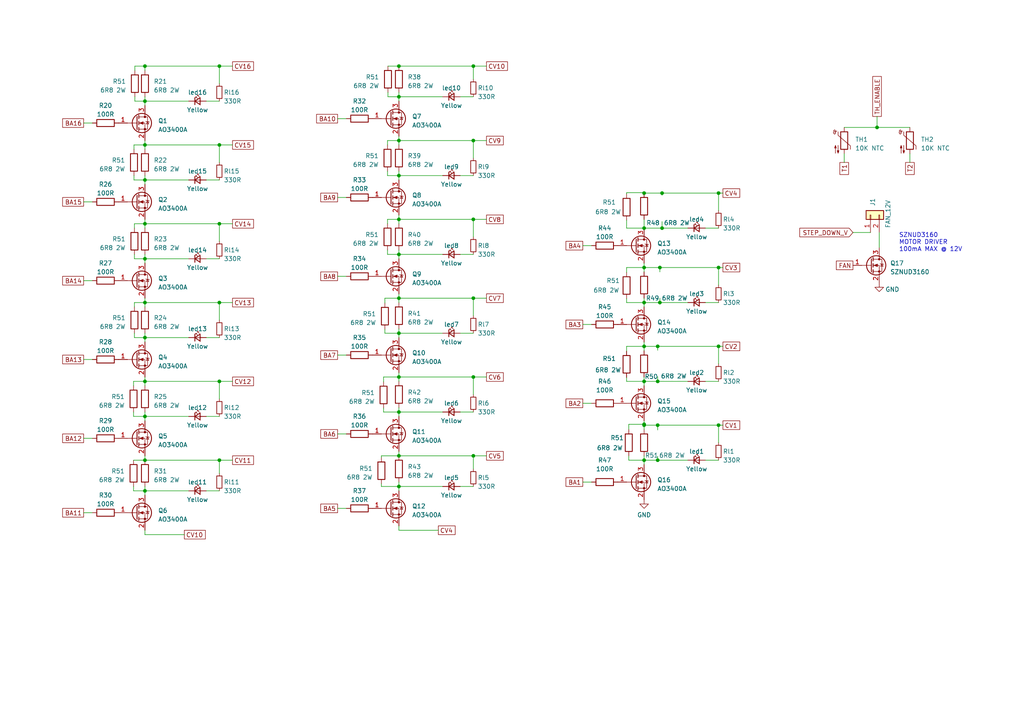
<source format=kicad_sch>
(kicad_sch (version 20230121) (generator eeschema)
  (paper "A4")
  (lib_symbols
    (symbol "Connector_Generic:Conn_01x02" (pin_names (offset 1.016) hide)
      (property "Reference" "J" (at 0 2.54 0))
      (property "Value" "Conn_01x02" (at 0 -5.08 0))
      (symbol "Conn_01x02_1_1"
        (pin passive line (at -5.08 0 0) (length 3.81) (name "Pin_1") (number "1"))
        (pin passive line (at -5.08 -2.54 0) (length 3.81) (name "Pin_2") (number "2"))
      )
    )
    (symbol "Device:LED_Small" (pin_numbers hide) (pin_names (offset 0.254) hide)
      (property "Reference" "D" (at -1.27 3.175 0))
      (property "Value" "LED_Small" (at -4.445 -2.54 0))
      (symbol "LED_Small_1_1"
        (pin passive line (at -2.54 0 0) (length 1.778) (name "K") (number "1"))
        (pin passive line (at 2.54 0 180) (length 1.778) (name "A") (number "2"))
      )
    )
    (symbol "Device:Q_NMOS_GSD" (pin_names (offset 0) hide)
      (property "Reference" "Q" (at 5.08 1.27 0))
      (property "Value" "Q_NMOS_GSD" (at 5.08 -1.27 0))
      (symbol "Q_NMOS_GSD_1_1"
        (pin input line (at -5.08 0 0) (length 2.54) (name "G") (number "1"))
        (pin passive line (at 2.54 -5.08 90) (length 2.54) (name "S") (number "2"))
        (pin passive line (at 2.54 5.08 270) (length 2.54) (name "D") (number "3"))
      )
    )
    (symbol "Device:R" (pin_numbers hide) (pin_names (offset 0))
      (property "Reference" "R" (at 2.032 0 90))
      (property "Value" "R" (at 0 0 90))
      (symbol "R_1_1"
        (pin passive line (at 0 3.81 270) (length 1.27) (name "~") (number "1"))
        (pin passive line (at 0 -3.81 90) (length 1.27) (name "~") (number "2"))
      )
    )
    (symbol "Device:R_Small" (pin_numbers hide) (pin_names (offset 0.254) hide)
      (property "Reference" "R" (at 0.762 0.508 0))
      (property "Value" "R_Small" (at 0.762 -1.016 0))
      (symbol "R_Small_1_1"
        (pin passive line (at 0 2.54 270) (length 0.762) (name "~") (number "1"))
        (pin passive line (at 0 -2.54 90) (length 0.762) (name "~") (number "2"))
      )
    )
    (symbol "Device:Thermistor_NTC" (pin_numbers hide) (pin_names (offset 0))
      (property "Reference" "TH" (at -4.445 0 90))
      (property "Value" "Thermistor_NTC" (at 3.175 0 90))
      (symbol "Thermistor_NTC_1_1"
        (pin passive line (at 0 3.81 270) (length 1.27) (name "~") (number "1"))
        (pin passive line (at 0 -3.81 90) (length 1.27) (name "~") (number "2"))
      )
    )
    (symbol "power:GND" (power) (pin_names (offset 0))
      (property "Value" "GND" (at 0 -3.81 0))
      (symbol "GND_1_1"
        (pin power_in line (at 0 0 270) (length 0) hide (name "GND") (number "1"))
      )
    )
    (symbol "sznud3160:SZNUD3160" (pin_names hide)
      (property "Reference" "Q" (at 5.08 1.905 0))
      (property "Value" "SZNUD3160" (at 5.08 0 0))
      (symbol "SZNUD3160_1_1"
        (pin input line (at -5.08 0 0) (length 2.54) (name "G") (number "1"))
        (pin passive line (at 2.54 -5.08 90) (length 2.54) (name "S") (number "2"))
        (pin passive line (at 2.54 5.08 270) (length 2.54) (name "D") (number "3"))
      )
    )
  )
  (junction (at 42.037 97.917))
  (junction (at 115.697 50.927))
  (junction (at 137.287 86.487))
  (junction (at 137.287 109.347))
  (junction (at 115.697 73.787))
  (junction (at 42.037 64.897))
  (junction (at 42.037 133.477))
  (junction (at 208.407 123.317))
  (junction (at 42.037 52.197))
  (junction (at 115.697 63.627))
  (junction (at 42.037 29.337))
  (junction (at 254.381 36.957))
  (junction (at 42.037 120.777))
  (junction (at 63.627 42.037))
  (junction (at 137.287 63.627))
  (junction (at 115.697 119.507))
  (junction (at 186.817 56.007))
  (junction (at 190.754 100.457))
  (junction (at 192.024 66.167))
  (junction (at 192.024 56.007))
  (junction (at 42.037 42.037))
  (junction (at 190.754 110.617))
  (junction (at 190.754 123.317))
  (junction (at 186.817 66.167))
  (junction (at 191.389 87.757))
  (junction (at 63.627 64.897))
  (junction (at 42.037 110.617))
  (junction (at 63.627 87.757))
  (junction (at 208.407 56.007))
  (junction (at 115.697 109.347))
  (junction (at 208.407 77.597))
  (junction (at 115.697 19.177))
  (junction (at 115.697 141.097))
  (junction (at 190.754 133.477))
  (junction (at 63.627 110.617))
  (junction (at 115.697 132.207))
  (junction (at 115.697 28.067))
  (junction (at 186.817 123.063))
  (junction (at 63.627 133.477))
  (junction (at 186.817 77.597))
  (junction (at 186.817 87.757))
  (junction (at 115.697 40.767))
  (junction (at 191.389 77.597))
  (junction (at 42.037 142.367))
  (junction (at 186.817 123.317))
  (junction (at 115.697 96.647))
  (junction (at 42.037 19.177))
  (junction (at 63.627 19.177))
  (junction (at 137.287 19.177))
  (junction (at 208.407 100.457))
  (junction (at 186.817 100.457))
  (junction (at 42.037 87.757))
  (junction (at 186.817 110.617))
  (junction (at 137.287 132.207))
  (junction (at 186.817 133.477))
  (junction (at 137.287 40.767))
  (junction (at 42.037 75.057))
  (junction (at 115.697 86.487))
  (wire (pts (xy 112.395 64.897) (xy 112.395 63.627)))
  (wire (pts (xy 38.735 120.777) (xy 42.037 120.777)))
  (wire (pts (xy 112.395 40.767) (xy 115.697 40.767)))
  (wire (pts (xy 115.697 132.207) (xy 137.287 132.207)))
  (wire (pts (xy 181.737 101.854) (xy 181.737 100.457)))
  (wire (pts (xy 59.817 120.777) (xy 63.627 120.777)))
  (wire (pts (xy 137.287 40.767) (xy 137.287 45.847)))
  (wire (pts (xy 192.024 66.167) (xy 199.517 66.167)))
  (wire (pts (xy 137.287 86.487) (xy 137.287 91.567)))
  (wire (pts (xy 42.037 29.337) (xy 54.737 29.337)))
  (wire (pts (xy 133.477 73.787) (xy 137.287 73.787)))
  (wire (pts (xy 133.477 50.927) (xy 137.287 50.927)))
  (wire (pts (xy 38.989 96.647) (xy 38.989 97.917)))
  (wire (pts (xy 181.737 77.597) (xy 186.817 77.597)))
  (wire (pts (xy 133.477 96.647) (xy 137.287 96.647)))
  (wire (pts (xy 59.817 142.367) (xy 63.627 142.367)))
  (wire (pts (xy 115.697 139.827) (xy 115.697 141.097)))
  (wire (pts (xy 186.817 110.617) (xy 190.754 110.617)))
  (wire (pts (xy 181.737 100.457) (xy 186.817 100.457)))
  (wire (pts (xy 186.817 132.207) (xy 186.817 133.477)))
  (wire (pts (xy 208.407 123.317) (xy 208.407 128.397)))
  (wire (pts (xy 115.697 109.347) (xy 115.697 110.617)))
  (wire (pts (xy 63.627 87.757) (xy 67.437 87.757)))
  (wire (pts (xy 63.627 87.757) (xy 63.627 92.837)))
  (wire (pts (xy 191.389 77.597) (xy 208.407 77.597)))
  (wire (pts (xy 204.597 110.617) (xy 208.407 110.617)))
  (wire (pts (xy 255.016 67.437) (xy 255.016 71.882)))
  (wire (pts (xy 63.627 64.897) (xy 63.627 69.977)))
  (wire (pts (xy 38.735 110.617) (xy 42.037 110.617)))
  (wire (pts (xy 137.287 63.627) (xy 137.287 68.707)))
  (wire (pts (xy 169.037 139.827) (xy 171.577 139.827)))
  (wire (pts (xy 181.737 66.167) (xy 186.817 66.167)))
  (wire (pts (xy 204.597 66.167) (xy 208.407 66.167)))
  (wire (pts (xy 42.037 50.927) (xy 42.037 52.197)))
  (wire (pts (xy 169.037 116.967) (xy 171.577 116.967)))
  (wire (pts (xy 208.407 56.007) (xy 209.677 56.007)))
  (wire (pts (xy 112.522 28.067) (xy 115.697 28.067)))
  (wire (pts (xy 137.287 86.487) (xy 141.097 86.487)))
  (wire (pts (xy 115.697 50.927) (xy 115.697 52.197)))
  (wire (pts (xy 192.024 64.262) (xy 192.024 66.167)))
  (wire (pts (xy 38.862 50.927) (xy 38.862 52.197)))
  (wire (pts (xy 115.697 153.797) (xy 127.127 153.797)))
  (wire (pts (xy 208.407 123.317) (xy 209.677 123.317)))
  (wire (pts (xy 63.627 42.037) (xy 63.627 47.117)))
  (wire (pts (xy 186.817 87.757) (xy 186.817 89.027)))
  (wire (pts (xy 115.697 19.177) (xy 137.287 19.177)))
  (wire (pts (xy 208.407 77.597) (xy 209.677 77.597)))
  (wire (pts (xy 137.287 109.347) (xy 141.097 109.347)))
  (wire (pts (xy 38.989 64.897) (xy 42.037 64.897)))
  (wire (pts (xy 24.257 104.267) (xy 26.797 104.267)))
  (wire (pts (xy 111.252 118.364) (xy 111.252 119.507)))
  (wire (pts (xy 24.257 127.127) (xy 26.797 127.127)))
  (wire (pts (xy 254.381 36.957) (xy 263.906 36.957)))
  (wire (pts (xy 191.389 86.487) (xy 191.389 87.757)))
  (wire (pts (xy 181.737 87.757) (xy 186.817 87.757)))
  (wire (pts (xy 254.381 33.782) (xy 254.381 36.957)))
  (wire (pts (xy 115.697 72.517) (xy 115.697 73.787)))
  (wire (pts (xy 244.856 44.577) (xy 244.856 47.117)))
  (wire (pts (xy 42.037 52.197) (xy 42.037 53.467)))
  (wire (pts (xy 115.697 28.067) (xy 128.397 28.067)))
  (wire (pts (xy 59.817 75.057) (xy 63.627 75.057)))
  (wire (pts (xy 63.627 110.617) (xy 63.627 115.697)))
  (wire (pts (xy 204.597 133.477) (xy 208.407 133.477)))
  (wire (pts (xy 115.697 141.097) (xy 128.397 141.097)))
  (wire (pts (xy 24.257 148.717) (xy 26.797 148.717)))
  (wire (pts (xy 190.754 109.22) (xy 190.754 110.617)))
  (wire (pts (xy 115.697 63.627) (xy 137.287 63.627)))
  (wire (pts (xy 181.737 56.261) (xy 181.737 55.88)))
  (wire (pts (xy 39.116 19.177) (xy 42.037 19.177)))
  (wire (pts (xy 111.252 109.347) (xy 115.697 109.347)))
  (wire (pts (xy 186.817 123.317) (xy 186.817 124.587)))
  (wire (pts (xy 42.037 52.197) (xy 54.737 52.197)))
  (wire (pts (xy 115.697 73.787) (xy 115.697 75.057)))
  (wire (pts (xy 186.817 100.457) (xy 190.754 100.457)))
  (wire (pts (xy 186.817 55.88) (xy 186.817 56.007)))
  (wire (pts (xy 115.697 26.797) (xy 115.697 28.067)))
  (wire (pts (xy 115.697 86.487) (xy 137.287 86.487)))
  (wire (pts (xy 63.627 133.477) (xy 67.437 133.477)))
  (wire (pts (xy 115.697 39.497) (xy 115.697 40.767)))
  (wire (pts (xy 133.477 28.067) (xy 137.287 28.067)))
  (wire (pts (xy 133.477 119.507) (xy 137.287 119.507)))
  (wire (pts (xy 208.407 56.007) (xy 208.407 61.087)))
  (wire (pts (xy 186.817 133.477) (xy 182.372 133.477)))
  (wire (pts (xy 97.917 34.417) (xy 100.457 34.417)))
  (wire (pts (xy 182.372 133.477) (xy 182.372 132.207)))
  (wire (pts (xy 110.617 140.335) (xy 110.617 141.097)))
  (wire (pts (xy 204.597 87.757) (xy 208.407 87.757)))
  (wire (pts (xy 186.817 76.327) (xy 186.817 77.597)))
  (wire (pts (xy 263.906 44.577) (xy 263.906 47.117)))
  (wire (pts (xy 111.252 110.744) (xy 111.252 109.347)))
  (wire (pts (xy 42.037 96.647) (xy 42.037 97.917)))
  (wire (pts (xy 186.817 56.007) (xy 192.024 56.007)))
  (wire (pts (xy 115.697 108.077) (xy 115.697 109.347)))
  (wire (pts (xy 111.252 119.507) (xy 115.697 119.507)))
  (wire (pts (xy 186.817 77.597) (xy 191.389 77.597)))
  (wire (pts (xy 186.817 133.477) (xy 190.754 133.477)))
  (wire (pts (xy 190.754 100.457) (xy 190.754 101.6)))
  (wire (pts (xy 24.257 81.407) (xy 26.797 81.407)))
  (wire (pts (xy 38.735 119.507) (xy 38.735 120.777)))
  (wire (pts (xy 24.257 58.547) (xy 26.797 58.547)))
  (wire (pts (xy 111.633 95.504) (xy 111.633 96.647)))
  (wire (pts (xy 42.037 28.067) (xy 42.037 29.337)))
  (wire (pts (xy 115.697 96.647) (xy 115.697 97.917)))
  (wire (pts (xy 97.917 57.277) (xy 100.457 57.277)))
  (wire (pts (xy 42.037 153.797) (xy 42.037 155.067)))
  (wire (pts (xy 97.917 147.447) (xy 100.457 147.447)))
  (wire (pts (xy 115.697 49.657) (xy 115.697 50.927)))
  (wire (pts (xy 181.737 109.474) (xy 181.737 110.617)))
  (wire (pts (xy 97.917 102.997) (xy 100.457 102.997)))
  (wire (pts (xy 181.737 86.614) (xy 181.737 87.757)))
  (wire (pts (xy 169.037 94.107) (xy 171.577 94.107)))
  (wire (pts (xy 115.697 86.487) (xy 115.697 87.757)))
  (wire (pts (xy 208.407 100.457) (xy 208.407 105.537)))
  (wire (pts (xy 115.697 96.647) (xy 128.397 96.647)))
  (wire (pts (xy 186.817 77.597) (xy 186.817 78.867)))
  (wire (pts (xy 112.522 19.177) (xy 115.697 19.177)))
  (wire (pts (xy 115.697 28.067) (xy 115.697 29.337)))
  (wire (pts (xy 115.697 109.347) (xy 137.287 109.347)))
  (wire (pts (xy 112.522 26.797) (xy 112.522 28.067)))
  (wire (pts (xy 24.257 35.687) (xy 26.797 35.687)))
  (wire (pts (xy 115.697 63.627) (xy 115.697 64.897)))
  (wire (pts (xy 42.037 19.177) (xy 63.627 19.177)))
  (wire (pts (xy 115.697 130.937) (xy 115.697 132.207)))
  (wire (pts (xy 115.697 62.357) (xy 115.697 63.627)))
  (wire (pts (xy 115.697 141.097) (xy 115.697 142.367)))
  (wire (pts (xy 137.287 63.627) (xy 141.097 63.627)))
  (wire (pts (xy 42.037 133.477) (xy 63.627 133.477)))
  (wire (pts (xy 38.989 66.167) (xy 38.989 64.897)))
  (wire (pts (xy 115.697 85.217) (xy 115.697 86.487)))
  (wire (pts (xy 42.037 40.767) (xy 42.037 42.037)))
  (wire (pts (xy 42.037 110.617) (xy 63.627 110.617)))
  (wire (pts (xy 42.037 119.507) (xy 42.037 120.777)))
  (wire (pts (xy 110.617 141.097) (xy 115.697 141.097)))
  (wire (pts (xy 42.037 86.487) (xy 42.037 87.757)))
  (wire (pts (xy 115.697 40.767) (xy 137.287 40.767)))
  (wire (pts (xy 38.862 42.037) (xy 42.037 42.037)))
  (wire (pts (xy 42.037 110.617) (xy 42.037 111.887)))
  (wire (pts (xy 42.037 42.037) (xy 42.037 43.307)))
  (wire (pts (xy 186.817 110.617) (xy 186.817 111.887)))
  (wire (pts (xy 208.407 77.597) (xy 208.407 82.677)))
  (wire (pts (xy 115.697 40.767) (xy 115.697 42.037)))
  (wire (pts (xy 42.037 142.367) (xy 42.037 143.637)))
  (wire (pts (xy 38.735 142.367) (xy 42.037 142.367)))
  (wire (pts (xy 59.817 97.917) (xy 63.627 97.917)))
  (wire (pts (xy 42.037 132.207) (xy 42.037 133.477)))
  (wire (pts (xy 39.116 28.067) (xy 39.116 29.337)))
  (wire (pts (xy 38.989 87.757) (xy 42.037 87.757)))
  (wire (pts (xy 42.037 64.897) (xy 63.627 64.897)))
  (wire (pts (xy 186.817 122.047) (xy 186.817 123.063)))
  (wire (pts (xy 42.037 141.097) (xy 42.037 142.367)))
  (wire (pts (xy 112.395 42.037) (xy 112.395 40.767)))
  (wire (pts (xy 186.817 100.457) (xy 186.817 101.727)))
  (wire (pts (xy 186.817 86.487) (xy 186.817 87.757)))
  (wire (pts (xy 169.037 71.247) (xy 171.577 71.247)))
  (wire (pts (xy 186.817 109.347) (xy 186.817 110.617)))
  (wire (pts (xy 137.287 109.347) (xy 137.287 114.427)))
  (wire (pts (xy 181.737 78.994) (xy 181.737 77.597)))
  (wire (pts (xy 115.697 119.507) (xy 115.697 120.777)))
  (wire (pts (xy 190.754 123.317) (xy 208.407 123.317)))
  (wire (pts (xy 190.754 100.457) (xy 208.407 100.457)))
  (wire (pts (xy 208.407 100.457) (xy 209.677 100.457)))
  (wire (pts (xy 244.856 36.957) (xy 254.381 36.957)))
  (wire (pts (xy 42.037 142.367) (xy 54.737 142.367)))
  (wire (pts (xy 186.817 123.063) (xy 186.817 123.317)))
  (wire (pts (xy 186.817 123.317) (xy 190.754 123.317)))
  (wire (pts (xy 112.395 50.927) (xy 115.697 50.927)))
  (wire (pts (xy 42.037 87.757) (xy 63.627 87.757)))
  (wire (pts (xy 38.989 75.057) (xy 42.037 75.057)))
  (wire (pts (xy 115.697 119.507) (xy 128.397 119.507)))
  (wire (pts (xy 97.917 125.857) (xy 100.457 125.857)))
  (wire (pts (xy 192.024 56.007) (xy 208.407 56.007)))
  (wire (pts (xy 186.817 123.063) (xy 182.372 123.063)))
  (wire (pts (xy 186.817 133.477) (xy 186.817 134.747)))
  (wire (pts (xy 137.287 132.207) (xy 141.097 132.207)))
  (wire (pts (xy 191.389 87.757) (xy 199.517 87.757)))
  (wire (pts (xy 115.697 152.527) (xy 115.697 153.797)))
  (wire (pts (xy 42.037 109.347) (xy 42.037 110.617)))
  (wire (pts (xy 115.697 73.787) (xy 128.397 73.787)))
  (wire (pts (xy 111.633 86.487) (xy 115.697 86.487)))
  (wire (pts (xy 42.037 155.067) (xy 53.467 155.067)))
  (wire (pts (xy 59.817 52.197) (xy 63.627 52.197)))
  (wire (pts (xy 191.389 77.597) (xy 191.389 78.867)))
  (wire (pts (xy 38.735 133.477) (xy 42.037 133.477)))
  (wire (pts (xy 137.287 19.177) (xy 137.287 22.987)))
  (wire (pts (xy 111.633 96.647) (xy 115.697 96.647)))
  (wire (pts (xy 38.989 97.917) (xy 42.037 97.917)))
  (wire (pts (xy 63.627 133.477) (xy 63.627 137.287)))
  (wire (pts (xy 63.627 110.617) (xy 67.437 110.617)))
  (wire (pts (xy 115.697 95.377) (xy 115.697 96.647)))
  (wire (pts (xy 137.287 132.207) (xy 137.287 136.017)))
  (wire (pts (xy 190.754 110.617) (xy 199.517 110.617)))
  (wire (pts (xy 42.037 63.627) (xy 42.037 64.897)))
  (wire (pts (xy 111.633 87.884) (xy 111.633 86.487)))
  (wire (pts (xy 42.037 75.057) (xy 54.737 75.057)))
  (wire (pts (xy 190.754 133.477) (xy 199.517 133.477)))
  (wire (pts (xy 42.037 64.897) (xy 42.037 66.167)))
  (wire (pts (xy 181.737 63.881) (xy 181.737 66.167)))
  (wire (pts (xy 38.862 43.307) (xy 38.862 42.037)))
  (wire (pts (xy 42.037 87.757) (xy 42.037 89.027)))
  (wire (pts (xy 186.817 87.757) (xy 191.389 87.757)))
  (wire (pts (xy 115.697 118.237) (xy 115.697 119.507)))
  (wire (pts (xy 63.627 64.897) (xy 67.437 64.897)))
  (wire (pts (xy 182.372 123.063) (xy 182.372 124.587)))
  (wire (pts (xy 110.617 132.207) (xy 115.697 132.207)))
  (wire (pts (xy 42.037 120.777) (xy 54.737 120.777)))
  (wire (pts (xy 247.396 67.437) (xy 252.476 67.437)))
  (wire (pts (xy 42.037 97.917) (xy 54.737 97.917)))
  (wire (pts (xy 38.989 73.787) (xy 38.989 75.057)))
  (wire (pts (xy 42.037 19.177) (xy 42.037 20.447)))
  (wire (pts (xy 42.037 73.787) (xy 42.037 75.057)))
  (wire (pts (xy 38.735 111.887) (xy 38.735 110.617)))
  (wire (pts (xy 42.037 75.057) (xy 42.037 76.327)))
  (wire (pts (xy 186.817 99.187) (xy 186.817 100.457)))
  (wire (pts (xy 63.627 19.177) (xy 67.437 19.177)))
  (wire (pts (xy 38.989 89.027) (xy 38.989 87.757)))
  (wire (pts (xy 38.735 141.097) (xy 38.735 142.367)))
  (wire (pts (xy 42.037 97.917) (xy 42.037 99.187)))
  (wire (pts (xy 112.395 73.787) (xy 115.697 73.787)))
  (wire (pts (xy 186.817 63.627) (xy 186.817 66.167)))
  (wire (pts (xy 112.395 72.517) (xy 112.395 73.787)))
  (wire (pts (xy 110.617 132.715) (xy 110.617 132.207)))
  (wire (pts (xy 137.287 19.177) (xy 141.097 19.177)))
  (wire (pts (xy 181.737 110.617) (xy 186.817 110.617)))
  (wire (pts (xy 112.395 49.657) (xy 112.395 50.927)))
  (wire (pts (xy 39.116 29.337) (xy 42.037 29.337)))
  (wire (pts (xy 186.817 66.167) (xy 192.024 66.167)))
  (wire (pts (xy 97.917 80.137) (xy 100.457 80.137)))
  (wire (pts (xy 63.627 19.177) (xy 63.627 24.257)))
  (wire (pts (xy 42.037 42.037) (xy 63.627 42.037)))
  (wire (pts (xy 137.287 40.767) (xy 141.097 40.767)))
  (wire (pts (xy 39.116 20.447) (xy 39.116 19.177)))
  (wire (pts (xy 190.754 132.334) (xy 190.754 133.477)))
  (wire (pts (xy 42.037 120.777) (xy 42.037 122.047)))
  (wire (pts (xy 59.817 29.337) (xy 63.627 29.337)))
  (wire (pts (xy 115.697 50.927) (xy 128.397 50.927)))
  (wire (pts (xy 133.477 141.097) (xy 137.287 141.097)))
  (wire (pts (xy 38.862 52.197) (xy 42.037 52.197)))
  (wire (pts (xy 192.024 56.007) (xy 192.024 56.642)))
  (wire (pts (xy 181.737 55.88) (xy 186.817 55.88)))
  (wire (pts (xy 42.037 29.337) (xy 42.037 30.607)))
  (wire (pts (xy 112.395 63.627) (xy 115.697 63.627)))
  (wire (pts (xy 63.627 42.037) (xy 67.437 42.037)))
  (wire (pts (xy 190.754 123.317) (xy 190.754 124.714)))
  (text "SZNUD3160 \nMOTOR DRIVER\n100mA MAX @ 12V" (at 260.731 73.152 0) (effects (font (size 1.27 1.27)) (justify left bottom)))
  (global_label "T1" (shape passive) (at 244.856 47.117 270) (property "Intersheetrefs" "${INTERSHEET_REFS}" (effects hide)))
  (global_label "BA15" (shape passive) (at 24.257 58.547 180) (property "Intersheetrefs" "${INTERSHEET_REFS}" (effects hide)))
  (global_label "BA14" (shape passive) (at 24.257 81.407 180) (property "Intersheetrefs" "${INTERSHEET_REFS}" (effects hide)))
  (global_label "BA4" (shape passive) (at 169.037 71.247 180) (property "Intersheetrefs" "${INTERSHEET_REFS}" (effects hide)))
  (global_label "CV6" (shape passive) (at 141.097 109.347 0) (property "Intersheetrefs" "${INTERSHEET_REFS}" (effects hide)))
  (global_label "BA8" (shape passive) (at 97.917 80.137 180) (property "Intersheetrefs" "${INTERSHEET_REFS}" (effects hide)))
  (global_label "BA3" (shape passive) (at 169.037 94.107 180) (property "Intersheetrefs" "${INTERSHEET_REFS}" (effects hide)))
  (global_label "CV4" (shape passive) (at 209.677 56.007 0) (property "Intersheetrefs" "${INTERSHEET_REFS}" (effects hide)))
  (global_label "CV15" (shape passive) (at 67.437 42.037 0) (property "Intersheetrefs" "${INTERSHEET_REFS}" (effects hide)))
  (global_label "CV2" (shape passive) (at 209.677 100.457 0) (property "Intersheetrefs" "${INTERSHEET_REFS}" (effects hide)))
  (global_label "BA2" (shape passive) (at 169.037 116.967 180) (property "Intersheetrefs" "${INTERSHEET_REFS}" (effects hide)))
  (global_label "CV16" (shape passive) (at 67.437 19.177 0) (property "Intersheetrefs" "${INTERSHEET_REFS}" (effects hide)))
  (global_label "BA12" (shape passive) (at 24.257 127.127 180) (property "Intersheetrefs" "${INTERSHEET_REFS}" (effects hide)))
  (global_label "BA7" (shape passive) (at 97.917 102.997 180) (property "Intersheetrefs" "${INTERSHEET_REFS}" (effects hide)))
  (global_label "CV7" (shape passive) (at 141.097 86.487 0) (property "Intersheetrefs" "${INTERSHEET_REFS}" (effects hide)))
  (global_label "CV4" (shape passive) (at 127.127 153.797 0) (property "Intersheetrefs" "${INTERSHEET_REFS}" (effects hide)))
  (global_label "BA10" (shape passive) (at 97.917 34.417 180) (property "Intersheetrefs" "${INTERSHEET_REFS}" (effects hide)))
  (global_label "CV3" (shape passive) (at 209.677 77.597 0) (property "Intersheetrefs" "${INTERSHEET_REFS}" (effects hide)))
  (global_label "CV5" (shape passive) (at 141.097 132.207 0) (property "Intersheetrefs" "${INTERSHEET_REFS}" (effects hide)))
  (global_label "BA1" (shape passive) (at 169.037 139.827 180) (property "Intersheetrefs" "${INTERSHEET_REFS}" (effects hide)))
  (global_label "CV10" (shape passive) (at 141.097 19.177 0) (property "Intersheetrefs" "${INTERSHEET_REFS}" (effects hide)))
  (global_label "T2" (shape passive) (at 263.906 47.117 270) (property "Intersheetrefs" "${INTERSHEET_REFS}" (effects hide)))
  (global_label "BA11" (shape passive) (at 24.257 148.717 180) (property "Intersheetrefs" "${INTERSHEET_REFS}" (effects hide)))
  (global_label "CV12" (shape passive) (at 67.437 110.617 0) (property "Intersheetrefs" "${INTERSHEET_REFS}" (effects hide)))
  (global_label "CV1" (shape passive) (at 209.677 123.317 0) (property "Intersheetrefs" "${INTERSHEET_REFS}" (effects hide)))
  (global_label "BA5" (shape passive) (at 97.917 147.447 180) (property "Intersheetrefs" "${INTERSHEET_REFS}" (effects hide)))
  (global_label "TH_ENABLE" (shape passive) (at 254.381 33.782 90) (property "Intersheetrefs" "${INTERSHEET_REFS}" (effects hide)))
  (global_label "CV11" (shape passive) (at 67.437 133.477 0) (property "Intersheetrefs" "${INTERSHEET_REFS}" (effects hide)))
  (global_label "BA6" (shape passive) (at 97.917 125.857 180) (property "Intersheetrefs" "${INTERSHEET_REFS}" (effects hide)))
  (global_label "BA9" (shape passive) (at 97.917 57.277 180) (property "Intersheetrefs" "${INTERSHEET_REFS}" (effects hide)))
  (global_label "CV13" (shape passive) (at 67.437 87.757 0) (property "Intersheetrefs" "${INTERSHEET_REFS}" (effects hide)))
  (global_label "CV10" (shape passive) (at 53.467 155.067 0) (property "Intersheetrefs" "${INTERSHEET_REFS}" (effects hide)))
  (global_label "CV14" (shape passive) (at 67.437 64.897 0) (property "Intersheetrefs" "${INTERSHEET_REFS}" (effects hide)))
  (global_label "FAN" (shape passive) (at 247.396 76.962 180) (property "Intersheetrefs" "${INTERSHEET_REFS}" (effects hide)))
  (global_label "CV9" (shape passive) (at 141.097 40.767 0) (property "Intersheetrefs" "${INTERSHEET_REFS}" (effects hide)))
  (global_label "STEP_DOWN_V" (shape input) (at 247.396 67.437 180) (property "Intersheetrefs" "${INTERSHEET_REFS}" (effects hide)))
  (global_label "CV8" (shape passive) (at 141.097 63.627 0) (property "Intersheetrefs" "${INTERSHEET_REFS}" (effects hide)))
  (global_label "BA16" (shape passive) (at 24.257 35.687 180) (property "Intersheetrefs" "${INTERSHEET_REFS}" (effects hide)))
  (global_label "BA13" (shape passive) (at 24.257 104.267 180) (property "Intersheetrefs" "${INTERSHEET_REFS}" (effects hide)))
  (symbol (lib_id "Device:R_Small") (at 208.407 130.937 0) (unit 1)
    (property "Reference" "Rl1" (at 209.677 130.937 0) (effects (justify left)))
    (property "Value" "330R" (at 209.677 133.477 0) (effects (justify left)))
    (property "Footprint" "Resistor_SMD:R_0603_1608Metric" (effects hide))
    (property "PartNumber" "0603WAF3300T5E" (effects hide))
    (property "LCSCStockCode" "C23138" (effects hide))
  )
  (symbol (lib_id "Device:R") (at 181.737 60.071 180) (unit 1)
    (property "Reference" "R51" (at 174.752 58.674 0) (effects (justify right)))
    (property "Value" "6R8 2W" (at 172.593 61.468 0) (effects (justify right)))
    (property "Footprint" "Resistor_SMD:R_2512_6332Metric" (effects hide))
    (property "PartNumber" "CRH2512J18R0E04Z" (effects hide))
    (property "LCSCStockCode" "C2941596" (effects hide))
    (instances (project "Module_16S" (path "" (reference "R51") (unit 1)) (path "" (reference "R89") (unit 1))))
  )
  (symbol (lib_id "Device:R") (at 42.037 115.697 180) (unit 1)
    (property "Reference" "R25" (at 44.577 115.062 0) (effects (justify right)))
    (property "Value" "6R8 2W" (at 44.577 117.602 0) (effects (justify right)))
    (property "Footprint" "Resistor_SMD:R_2512_6332Metric" (effects hide))
    (property "PartNumber" "CRH2512J18R0E04Z" (effects hide))
    (property "LCSCStockCode" "C2941596" (effects hide))
    (instances (project "Module_16S" (path "" (reference "R25") (unit 1)) (path "" (reference "R53") (unit 1))))
  )
  (symbol (lib_id "Device:R_Small") (at 208.407 85.217 0) (unit 1)
    (property "Reference" "Rl3" (at 209.677 85.217 0) (effects (justify left)))
    (property "Value" "330R" (at 209.677 87.757 0) (effects (justify left)))
    (property "Footprint" "Resistor_SMD:R_0603_1608Metric" (effects hide))
    (property "PartNumber" "0603WAF3300T5E" (effects hide))
    (property "LCSCStockCode" "C23138" (effects hide))
  )
  (symbol (lib_id "Device:LED_Small") (at 202.057 87.757 0) (unit 1)
    (property "Reference" "led3" (at 202.057 85.217 0))
    (property "Value" "Yellow" (at 202.057 90.297 0))
    (property "Footprint" "LED_SMD:LED_0603_1608Metric" (effects hide))
    (property "PartNumber" "19-213/Y2C-CQ2R2L/3T(CY)" (effects hide))
    (property "LCSCStockCode" "C72038" (effects hide))
  )
  (symbol (lib_id "Device:R") (at 104.267 57.277 90) (unit 1)
    (property "Reference" "R33" (at 104.267 52.197 90))
    (property "Value" "100R" (at 104.267 54.737 90))
    (property "Footprint" "Resistor_SMD:R_0603_1608Metric" (effects hide))
    (property "PartNumber" "0603WAF1000T5E" (effects hide))
    (property "LCSCStockCode" "C22775" (effects hide))
    (instances (project "Module_16S" (path "" (reference "R33") (unit 1)) (path "" (reference "R62") (unit 1))))
  )
  (symbol (lib_id "power:GND") (at 255.016 82.042 0) (unit 1)
    (property "Reference" "#PWR06" (effects hide))
    (property "Value" "GND" (at 258.826 83.947 0))
    (instances (project "Module_16S" (path "" (reference "#PWR06") (unit 1)) (path "" (reference "#PWR067") (unit 1))))
  )
  (symbol (lib_id "Device:Q_NMOS_GSD") (at 39.497 104.267 0) (unit 1)
    (property "Reference" "Q4" (at 45.847 103.632 0) (effects (justify left)))
    (property "Value" "AO3400A" (at 45.847 106.172 0) (effects (justify left)))
    (property "Footprint" "Package_TO_SOT_SMD:SOT-23" (effects hide))
    (property "Datasheet" "https://datasheet.lcsc.com/lcsc/2204291600_UMW-Youtai-Semiconductor-Co---Ltd--AO3400A_C347475.pdf" (effects hide))
    (property "PartNumber" "AO3400A" (effects hide))
    (property "LCSCStockCode" "C347475" (effects hide))
    (instances (project "Module_16S" (path "" (reference "Q4") (unit 1)) (path "" (reference "Qc13") (unit 1))))
  )
  (symbol (lib_id "Device:R") (at 30.607 81.407 90) (unit 1)
    (property "Reference" "R27" (at 30.607 76.327 90))
    (property "Value" "100R" (at 30.607 78.867 90))
    (property "Footprint" "Resistor_SMD:R_0603_1608Metric" (effects hide))
    (property "PartNumber" "0603WAF1000T5E" (effects hide))
    (property "LCSCStockCode" "C22775" (effects hide))
    (instances (project "Module_16S" (path "" (reference "R27") (unit 1)) (path "" (reference "R39") (unit 1))))
  )
  (symbol (lib_id "Device:LED_Small") (at 202.057 66.167 0) (unit 1)
    (property "Reference" "led4" (at 202.057 63.627 0))
    (property "Value" "Yellow" (at 202.057 68.707 0))
    (property "Footprint" "LED_SMD:LED_0603_1608Metric" (effects hide))
    (property "PartNumber" "19-213/Y2C-CQ2R2L/3T(CY)" (effects hide))
    (property "LCSCStockCode" "C72038" (effects hide))
  )
  (symbol (lib_id "Device:Q_NMOS_GSD") (at 39.497 58.547 0) (unit 1)
    (property "Reference" "Q2" (at 45.847 57.912 0) (effects (justify left)))
    (property "Value" "AO3400A" (at 45.847 60.452 0) (effects (justify left)))
    (property "Footprint" "Package_TO_SOT_SMD:SOT-23" (effects hide))
    (property "Datasheet" "https://datasheet.lcsc.com/lcsc/2204291600_UMW-Youtai-Semiconductor-Co---Ltd--AO3400A_C347475.pdf" (effects hide))
    (property "PartNumber" "AO3400A" (effects hide))
    (property "LCSCStockCode" "C347475" (effects hide))
    (instances (project "Module_16S" (path "" (reference "Q2") (unit 1)) (path "" (reference "Qc15") (unit 1))))
  )
  (symbol (lib_id "Device:R") (at 186.817 128.397 180) (unit 1)
    (property "Reference" "R51" (at 187.071 132.08 0) (effects (justify right)))
    (property "Value" "6R8 2W" (at 191.135 132.08 0) (effects (justify right)))
    (property "Footprint" "Resistor_SMD:R_2512_6332Metric" (effects hide))
    (property "PartNumber" "CRH2512J18R0E04Z" (effects hide))
    (property "LCSCStockCode" "C2941596" (effects hide))
    (instances (project "Module_16S" (path "" (reference "R51") (unit 1)) (path "" (reference "R96") (unit 1))))
  )
  (symbol (lib_id "Device:R") (at 30.607 58.547 90) (unit 1)
    (property "Reference" "R26" (at 30.607 53.467 90))
    (property "Value" "100R" (at 30.607 56.007 90))
    (property "Footprint" "Resistor_SMD:R_0603_1608Metric" (effects hide))
    (property "PartNumber" "0603WAF1000T5E" (effects hide))
    (property "LCSCStockCode" "C22775" (effects hide))
    (instances (project "Module_16S" (path "" (reference "R26") (unit 1)) (path "" (reference "R38") (unit 1))))
  )
  (symbol (lib_id "Device:R_Small") (at 137.287 48.387 0) (unit 1)
    (property "Reference" "Rl9" (at 138.557 48.387 0) (effects (justify left)))
    (property "Value" "330R" (at 138.557 50.927 0) (effects (justify left)))
    (property "Footprint" "Resistor_SMD:R_0603_1608Metric" (effects hide))
    (property "PartNumber" "0603WAF3300T5E" (effects hide))
    (property "LCSCStockCode" "C23138" (effects hide))
  )
  (symbol (lib_id "Device:R") (at 115.697 22.987 180) (unit 1)
    (property "Reference" "R38" (at 118.237 22.352 0) (effects (justify right)))
    (property "Value" "6R8 2W" (at 118.237 24.892 0) (effects (justify right)))
    (property "Footprint" "Resistor_SMD:R_2512_6332Metric" (effects hide))
    (property "PartNumber" "CRH2512J18R0E04Z" (effects hide))
    (property "LCSCStockCode" "C2941596" (effects hide))
    (instances (project "Module_16S" (path "" (reference "R38") (unit 1)) (path "" (reference "R73") (unit 1))))
  )
  (symbol (lib_id "Device:LED_Small") (at 130.937 73.787 0) (unit 1)
    (property "Reference" "led8" (at 130.937 71.247 0))
    (property "Value" "Yellow" (at 130.937 76.327 0))
    (property "Footprint" "LED_SMD:LED_0603_1608Metric" (effects hide))
    (property "PartNumber" "19-213/Y2C-CQ2R2L/3T(CY)" (effects hide))
    (property "LCSCStockCode" "C72038" (effects hide))
  )
  (symbol (lib_id "Device:R_Small") (at 208.407 63.627 0) (unit 1)
    (property "Reference" "Rl4" (at 209.677 63.627 0) (effects (justify left)))
    (property "Value" "330R" (at 209.677 66.167 0) (effects (justify left)))
    (property "Footprint" "Resistor_SMD:R_0603_1608Metric" (effects hide))
    (property "PartNumber" "0603WAF3300T5E" (effects hide))
    (property "LCSCStockCode" "C23138" (effects hide))
  )
  (symbol (lib_id "Device:R") (at 104.267 34.417 90) (unit 1)
    (property "Reference" "R32" (at 104.267 29.337 90))
    (property "Value" "100R" (at 104.267 31.877 90))
    (property "Footprint" "Resistor_SMD:R_0603_1608Metric" (effects hide))
    (property "PartNumber" "0603WAF1000T5E" (effects hide))
    (property "LCSCStockCode" "C22775" (effects hide))
    (instances (project "Module_16S" (path "" (reference "R32") (unit 1)) (path "" (reference "R61") (unit 1))))
  )
  (symbol (lib_id "Device:R") (at 104.267 125.857 90) (unit 1)
    (property "Reference" "R36" (at 104.267 120.777 90))
    (property "Value" "100R" (at 104.267 123.317 90))
    (property "Footprint" "Resistor_SMD:R_0603_1608Metric" (effects hide))
    (property "PartNumber" "0603WAF1000T5E" (effects hide))
    (property "LCSCStockCode" "C22775" (effects hide))
    (instances (project "Module_16S" (path "" (reference "R36") (unit 1)) (path "" (reference "R65") (unit 1))))
  )
  (symbol (lib_id "Device:R_Small") (at 137.287 116.967 0) (unit 1)
    (property "Reference" "Rl6" (at 138.557 116.967 0) (effects (justify left)))
    (property "Value" "330R" (at 138.557 119.507 0) (effects (justify left)))
    (property "Footprint" "Resistor_SMD:R_0603_1608Metric" (effects hide))
    (property "PartNumber" "0603WAF3300T5E" (effects hide))
    (property "LCSCStockCode" "C23138" (effects hide))
  )
  (symbol (lib_id "Device:Thermistor_NTC") (at 244.856 40.767 0) (unit 1)
    (property "Reference" "TH1" (at 248.031 40.4495 0) (effects (justify left)))
    (property "Value" "10K NTC" (at 248.031 42.9895 0) (effects (justify left)))
    (property "Footprint" "Resistor_SMD:R_0805_2012Metric" (effects hide))
    (property "Datasheet" "https://datasheet.lcsc.com/szlcsc/Guangdong-Fenghua-Advanced-Tech-CMFB103F3950FANT_C51597.pdf" (effects hide))
    (property "PartNumber" "CMFB103F3950FANT" (effects hide))
    (property "LCSCStockCode" "C51597" (effects hide))
    (instances (project "Module_16S" (path "" (reference "TH1") (unit 1)) (path "" (reference "TH7") (unit 1))))
  )
  (symbol (lib_id "Device:R") (at 38.735 137.287 0) (mirror x) (unit 1)
    (property "Reference" "R51" (at 36.195 136.652 0) (effects (justify right)))
    (property "Value" "6R8 2W" (at 36.195 139.192 0) (effects (justify right)))
    (property "Footprint" "Resistor_SMD:R_2512_6332Metric" (effects hide))
    (property "PartNumber" "CRH2512J18R0E04Z" (effects hide))
    (property "LCSCStockCode" "C2941596" (effects hide))
    (instances (project "Module_16S" (path "" (reference "R51") (unit 1)) (path "" (reference "R44") (unit 1))))
  )
  (symbol (lib_id "Device:LED_Small") (at 57.277 97.917 0) (unit 1)
    (property "Reference" "led13" (at 57.277 95.377 0))
    (property "Value" "Yellow" (at 57.277 100.457 0))
    (property "Footprint" "LED_SMD:LED_0603_1608Metric" (effects hide))
    (property "PartNumber" "19-213/Y2C-CQ2R2L/3T(CY)" (effects hide))
    (property "LCSCStockCode" "C72038" (effects hide))
  )
  (symbol (lib_id "Device:LED_Small") (at 57.277 120.777 0) (unit 1)
    (property "Reference" "led12" (at 57.277 118.237 0))
    (property "Value" "Yellow" (at 57.277 123.317 0))
    (property "Footprint" "LED_SMD:LED_0603_1608Metric" (effects hide))
    (property "PartNumber" "19-213/Y2C-CQ2R2L/3T(CY)" (effects hide))
    (property "LCSCStockCode" "C72038" (effects hide))
  )
  (symbol (lib_id "Device:R_Small") (at 208.407 108.077 0) (unit 1)
    (property "Reference" "Rl2" (at 209.677 108.077 0) (effects (justify left)))
    (property "Value" "330R" (at 209.677 110.617 0) (effects (justify left)))
    (property "Footprint" "Resistor_SMD:R_0603_1608Metric" (effects hide))
    (property "PartNumber" "0603WAF3300T5E" (effects hide))
    (property "LCSCStockCode" "C23138" (effects hide))
  )
  (symbol (lib_id "Device:Q_NMOS_GSD") (at 39.497 35.687 0) (unit 1)
    (property "Reference" "Q1" (at 45.847 35.052 0) (effects (justify left)))
    (property "Value" "AO3400A" (at 45.847 37.592 0) (effects (justify left)))
    (property "Footprint" "Package_TO_SOT_SMD:SOT-23" (effects hide))
    (property "Datasheet" "https://datasheet.lcsc.com/lcsc/2204291600_UMW-Youtai-Semiconductor-Co---Ltd--AO3400A_C347475.pdf" (effects hide))
    (property "PartNumber" "AO3400A" (effects hide))
    (property "LCSCStockCode" "C347475" (effects hide))
    (instances (project "Module_16S" (path "" (reference "Q1") (unit 1)) (path "" (reference "Qc16") (unit 1))))
  )
  (symbol (lib_id "Device:R") (at 38.735 115.697 0) (mirror x) (unit 1)
    (property "Reference" "R51" (at 36.195 115.062 0) (effects (justify right)))
    (property "Value" "6R8 2W" (at 36.195 117.602 0) (effects (justify right)))
    (property "Footprint" "Resistor_SMD:R_2512_6332Metric" (effects hide))
    (property "PartNumber" "CRH2512J18R0E04Z" (effects hide))
    (property "LCSCStockCode" "C2941596" (effects hide))
    (instances (project "Module_16S" (path "" (reference "R51") (unit 1)) (path "" (reference "R43") (unit 1))))
  )
  (symbol (lib_id "Device:R") (at 181.737 105.664 180) (unit 1)
    (property "Reference" "R51" (at 174.752 104.013 0) (effects (justify right)))
    (property "Value" "6R8 2W" (at 172.593 107.315 0) (effects (justify right)))
    (property "Footprint" "Resistor_SMD:R_2512_6332Metric" (effects hide))
    (property "PartNumber" "CRH2512J18R0E04Z" (effects hide))
    (property "LCSCStockCode" "C2941596" (effects hide))
    (instances (project "Module_16S" (path "" (reference "R51") (unit 1)) (path "" (reference "R91") (unit 1))))
  )
  (symbol (lib_id "Device:R") (at 104.267 102.997 90) (unit 1)
    (property "Reference" "R35" (at 104.267 97.917 90))
    (property "Value" "100R" (at 104.267 100.457 90))
    (property "Footprint" "Resistor_SMD:R_0603_1608Metric" (effects hide))
    (property "PartNumber" "0603WAF1000T5E" (effects hide))
    (property "LCSCStockCode" "C22775" (effects hide))
    (instances (project "Module_16S" (path "" (reference "R35") (unit 1)) (path "" (reference "R64") (unit 1))))
  )
  (symbol (lib_id "Device:R") (at 115.697 114.427 180) (unit 1)
    (property "Reference" "R42" (at 118.237 113.792 0) (effects (justify right)))
    (property "Value" "6R8 2W" (at 118.237 116.332 0) (effects (justify right)))
    (property "Footprint" "Resistor_SMD:R_2512_6332Metric" (effects hide))
    (property "PartNumber" "CRH2512J18R0E04Z" (effects hide))
    (property "LCSCStockCode" "C2941596" (effects hide))
    (instances (project "Module_16S" (path "" (reference "R42") (unit 1)) (path "" (reference "R77") (unit 1))))
  )
  (symbol (lib_id "Device:R") (at 38.862 47.117 0) (mirror x) (unit 1)
    (property "Reference" "R51" (at 36.322 46.482 0) (effects (justify right)))
    (property "Value" "6R8 2W" (at 36.322 49.022 0) (effects (justify right)))
    (property "Footprint" "Resistor_SMD:R_2512_6332Metric" (effects hide))
    (property "PartNumber" "CRH2512J18R0E04Z" (effects hide))
    (property "LCSCStockCode" "C2941596" (effects hide))
    (instances (project "Module_16S" (path "" (reference "R51") (unit 1)) (path "" (reference "R45") (unit 1))))
  )
  (symbol (lib_id "Device:Q_NMOS_GSD") (at 184.277 116.967 0) (unit 1)
    (property "Reference" "Q15" (at 190.627 116.332 0) (effects (justify left)))
    (property "Value" "AO3400A" (at 190.627 118.872 0) (effects (justify left)))
    (property "Footprint" "Package_TO_SOT_SMD:SOT-23" (effects hide))
    (property "Datasheet" "https://datasheet.lcsc.com/lcsc/2204291600_UMW-Youtai-Semiconductor-Co---Ltd--AO3400A_C347475.pdf" (effects hide))
    (property "PartNumber" "AO3400A" (effects hide))
    (property "LCSCStockCode" "C347475" (effects hide))
    (instances (project "Module_16S" (path "" (reference "Q15") (unit 1)) (path "" (reference "Qc2") (unit 1))))
  )
  (symbol (lib_id "Device:R") (at 42.037 24.257 180) (unit 1)
    (property "Reference" "R21" (at 44.577 23.622 0) (effects (justify right)))
    (property "Value" "6R8 2W" (at 44.577 26.162 0) (effects (justify right)))
    (property "Footprint" "Resistor_SMD:R_2512_6332Metric" (effects hide))
    (property "PartNumber" "CRH2512J18R0E04Z" (effects hide))
    (property "LCSCStockCode" "C2941596" (effects hide))
    (instances (project "Module_16S" (path "" (reference "R21") (unit 1)) (path "" (reference "R49") (unit 1))))
  )
  (symbol (lib_id "Device:Q_NMOS_GSD") (at 184.277 139.827 0) (unit 1)
    (property "Reference" "Q16" (at 190.627 139.192 0) (effects (justify left)))
    (property "Value" "AO3400A" (at 190.627 141.732 0) (effects (justify left)))
    (property "Footprint" "Package_TO_SOT_SMD:SOT-23" (effects hide))
    (property "Datasheet" "https://datasheet.lcsc.com/lcsc/2204291600_UMW-Youtai-Semiconductor-Co---Ltd--AO3400A_C347475.pdf" (effects hide))
    (property "PartNumber" "AO3400A" (effects hide))
    (property "LCSCStockCode" "C347475" (effects hide))
    (instances (project "Module_16S" (path "" (reference "Q16") (unit 1)) (path "" (reference "Qc1") (unit 1))))
  )
  (symbol (lib_id "Device:LED_Small") (at 202.057 133.477 0) (unit 1)
    (property "Reference" "led1" (at 202.057 130.937 0))
    (property "Value" "Yellow" (at 202.057 136.017 0))
    (property "Footprint" "LED_SMD:LED_0603_1608Metric" (effects hide))
    (property "PartNumber" "19-213/Y2C-CQ2R2L/3T(CY)" (effects hide))
    (property "LCSCStockCode" "C72038" (effects hide))
  )
  (symbol (lib_id "Device:R") (at 112.395 68.707 0) (mirror x) (unit 1)
    (property "Reference" "R51" (at 109.855 68.072 0) (effects (justify right)))
    (property "Value" "6R8 2W" (at 109.855 70.612 0) (effects (justify right)))
    (property "Footprint" "Resistor_SMD:R_2512_6332Metric" (effects hide))
    (property "PartNumber" "CRH2512J18R0E04Z" (effects hide))
    (property "LCSCStockCode" "C2941596" (effects hide))
    (instances (project "Module_16S" (path "" (reference "R51") (unit 1)) (path "" (reference "R71") (unit 1))))
  )
  (symbol (lib_id "Device:R") (at 30.607 148.717 90) (unit 1)
    (property "Reference" "R30" (at 30.607 143.637 90))
    (property "Value" "100R" (at 30.607 146.177 90))
    (property "Footprint" "Resistor_SMD:R_0603_1608Metric" (effects hide))
    (property "PartNumber" "0603WAF1000T5E" (effects hide))
    (property "LCSCStockCode" "C22775" (effects hide))
    (instances (project "Module_16S" (path "" (reference "R30") (unit 1)) (path "" (reference "R42") (unit 1))))
  )
  (symbol (lib_id "Device:LED_Small") (at 130.937 28.067 0) (unit 1)
    (property "Reference" "led10" (at 130.937 25.527 0))
    (property "Value" "Yellow" (at 130.937 30.607 0))
    (property "Footprint" "LED_SMD:LED_0603_1608Metric" (effects hide))
    (property "PartNumber" "19-213/Y2C-CQ2R2L/3T(CY)" (effects hide))
    (property "LCSCStockCode" "C72038" (effects hide))
  )
  (symbol (lib_id "Device:R") (at 186.817 82.677 180) (unit 1)
    (property "Reference" "R49" (at 187.325 86.487 0) (effects (justify right)))
    (property "Value" "6R8 2W" (at 191.897 86.487 0) (effects (justify right)))
    (property "Footprint" "Resistor_SMD:R_2512_6332Metric" (effects hide))
    (property "PartNumber" "CRH2512J18R0E04Z" (effects hide))
    (property "LCSCStockCode" "C2941596" (effects hide))
    (instances (project "Module_16S" (path "" (reference "R49") (unit 1)) (path "" (reference "R94") (unit 1))))
  )
  (symbol (lib_id "Device:Q_NMOS_GSD") (at 113.157 102.997 0) (unit 1)
    (property "Reference" "Q10" (at 119.507 102.362 0) (effects (justify left)))
    (property "Value" "AO3400A" (at 119.507 104.902 0) (effects (justify left)))
    (property "Footprint" "Package_TO_SOT_SMD:SOT-23" (effects hide))
    (property "Datasheet" "https://datasheet.lcsc.com/lcsc/2204291600_UMW-Youtai-Semiconductor-Co---Ltd--AO3400A_C347475.pdf" (effects hide))
    (property "PartNumber" "AO3400A" (effects hide))
    (property "LCSCStockCode" "C347475" (effects hide))
    (instances (project "Module_16S" (path "" (reference "Q10") (unit 1)) (path "" (reference "Qc7") (unit 1))))
  )
  (symbol (lib_id "Device:R_Small") (at 137.287 71.247 0) (unit 1)
    (property "Reference" "Rl8" (at 138.557 71.247 0) (effects (justify left)))
    (property "Value" "330R" (at 138.557 73.787 0) (effects (justify left)))
    (property "Footprint" "Resistor_SMD:R_0603_1608Metric" (effects hide))
    (property "PartNumber" "0603WAF3300T5E" (effects hide))
    (property "LCSCStockCode" "C23138" (effects hide))
  )
  (symbol (lib_id "Device:R") (at 38.989 69.977 0) (mirror x) (unit 1)
    (property "Reference" "R51" (at 36.449 69.342 0) (effects (justify right)))
    (property "Value" "6R8 2W" (at 36.449 71.882 0) (effects (justify right)))
    (property "Footprint" "Resistor_SMD:R_2512_6332Metric" (effects hide))
    (property "PartNumber" "CRH2512J18R0E04Z" (effects hide))
    (property "LCSCStockCode" "C2941596" (effects hide))
    (instances (project "Module_16S" (path "" (reference "R51") (unit 1)) (path "" (reference "R46") (unit 1))))
  )
  (symbol (lib_id "Device:LED_Small") (at 57.277 142.367 0) (unit 1)
    (property "Reference" "led11" (at 57.277 139.827 0))
    (property "Value" "Yellow" (at 57.277 144.907 0))
    (property "Footprint" "LED_SMD:LED_0603_1608Metric" (effects hide))
    (property "PartNumber" "19-213/Y2C-CQ2R2L/3T(CY)" (effects hide))
    (property "LCSCStockCode" "C72038" (effects hide))
  )
  (symbol (lib_id "Device:R") (at 115.697 68.707 180) (unit 1)
    (property "Reference" "R40" (at 118.237 68.072 0) (effects (justify right)))
    (property "Value" "6R8 2W" (at 118.237 70.612 0) (effects (justify right)))
    (property "Footprint" "Resistor_SMD:R_2512_6332Metric" (effects hide))
    (property "PartNumber" "CRH2512J18R0E04Z" (effects hide))
    (property "LCSCStockCode" "C2941596" (effects hide))
    (instances (project "Module_16S" (path "" (reference "R40") (unit 1)) (path "" (reference "R75") (unit 1))))
  )
  (symbol (lib_id "Device:LED_Small") (at 57.277 75.057 0) (unit 1)
    (property "Reference" "led14" (at 57.277 72.517 0))
    (property "Value" "Yellow" (at 57.277 77.597 0))
    (property "Footprint" "LED_SMD:LED_0603_1608Metric" (effects hide))
    (property "PartNumber" "19-213/Y2C-CQ2R2L/3T(CY)" (effects hide))
    (property "LCSCStockCode" "C72038" (effects hide))
  )
  (symbol (lib_id "Device:R") (at 115.697 136.017 180) (unit 1)
    (property "Reference" "R43" (at 118.237 135.382 0) (effects (justify right)))
    (property "Value" "6R8 2W" (at 118.237 137.922 0) (effects (justify right)))
    (property "Footprint" "Resistor_SMD:R_2512_6332Metric" (effects hide))
    (property "PartNumber" "CRH2512J18R0E04Z" (effects hide))
    (property "LCSCStockCode" "C2941596" (effects hide))
    (instances (project "Module_16S" (path "" (reference "R43") (unit 1)) (path "" (reference "R78") (unit 1))))
  )
  (symbol (lib_id "Device:R_Small") (at 63.627 26.797 0) (unit 1)
    (property "Reference" "Rl16" (at 64.897 26.797 0) (effects (justify left)))
    (property "Value" "330R" (at 64.897 29.337 0) (effects (justify left)))
    (property "Footprint" "Resistor_SMD:R_0603_1608Metric" (effects hide))
    (property "PartNumber" "0603WAF3300T5E" (effects hide))
    (property "LCSCStockCode" "C23138" (effects hide))
  )
  (symbol (lib_id "Device:R") (at 30.607 35.687 90) (unit 1)
    (property "Reference" "R20" (at 30.607 30.607 90))
    (property "Value" "100R" (at 30.607 33.147 90))
    (property "Footprint" "Resistor_SMD:R_0603_1608Metric" (effects hide))
    (property "PartNumber" "0603WAF1000T5E" (effects hide))
    (property "LCSCStockCode" "C22775" (effects hide))
    (instances (project "Module_16S" (path "" (reference "R20") (unit 1)) (path "" (reference "R37") (unit 1))))
  )
  (symbol (lib_id "Device:Q_NMOS_GSD") (at 113.157 57.277 0) (unit 1)
    (property "Reference" "Q8" (at 119.507 56.642 0) (effects (justify left)))
    (property "Value" "AO3400A" (at 119.507 59.182 0) (effects (justify left)))
    (property "Footprint" "Package_TO_SOT_SMD:SOT-23" (effects hide))
    (property "Datasheet" "https://datasheet.lcsc.com/lcsc/2204291600_UMW-Youtai-Semiconductor-Co---Ltd--AO3400A_C347475.pdf" (effects hide))
    (property "PartNumber" "AO3400A" (effects hide))
    (property "LCSCStockCode" "C347475" (effects hide))
    (instances (project "Module_16S" (path "" (reference "Q8") (unit 1)) (path "" (reference "Qc9") (unit 1))))
  )
  (symbol (lib_id "Device:R") (at 104.267 80.137 90) (unit 1)
    (property "Reference" "R34" (at 104.267 75.057 90))
    (property "Value" "100R" (at 104.267 77.597 90))
    (property "Footprint" "Resistor_SMD:R_0603_1608Metric" (effects hide))
    (property "PartNumber" "0603WAF1000T5E" (effects hide))
    (property "LCSCStockCode" "C22775" (effects hide))
    (instances (project "Module_16S" (path "" (reference "R34") (unit 1)) (path "" (reference "R63") (unit 1))))
  )
  (symbol (lib_id "Device:Thermistor_NTC") (at 263.906 40.767 0) (unit 1)
    (property "Reference" "TH2" (at 267.081 40.4495 0) (effects (justify left)))
    (property "Value" "10K NTC" (at 267.081 42.9895 0) (effects (justify left)))
    (property "Footprint" "Resistor_SMD:R_0805_2012Metric" (effects hide))
    (property "Datasheet" "https://datasheet.lcsc.com/szlcsc/Guangdong-Fenghua-Advanced-Tech-CMFB103F3950FANT_C51597.pdf" (effects hide))
    (property "PartNumber" "CMFB103F3950FANT" (effects hide))
    (property "LCSCStockCode" "C51597" (effects hide))
    (instances (project "Module_16S" (path "" (reference "TH2") (unit 1)) (path "" (reference "TH8") (unit 1))))
  )
  (symbol (lib_id "Device:R_Small") (at 137.287 138.557 0) (unit 1)
    (property "Reference" "Rl5" (at 138.557 138.557 0) (effects (justify left)))
    (property "Value" "330R" (at 138.557 141.097 0) (effects (justify left)))
    (property "Footprint" "Resistor_SMD:R_0603_1608Metric" (effects hide))
    (property "PartNumber" "0603WAF3300T5E" (effects hide))
    (property "LCSCStockCode" "C23138" (effects hide))
  )
  (symbol (lib_id "Device:R") (at 186.817 59.817 180) (unit 1)
    (property "Reference" "R48" (at 187.452 64.643 0) (effects (justify right)))
    (property "Value" "6R8 2W" (at 192.532 64.643 0) (effects (justify right)))
    (property "Footprint" "Resistor_SMD:R_2512_6332Metric" (effects hide))
    (property "PartNumber" "CRH2512J18R0E04Z" (effects hide))
    (property "LCSCStockCode" "C2941596" (effects hide))
    (instances (project "Module_16S" (path "" (reference "R48") (unit 1)) (path "" (reference "R93") (unit 1))))
  )
  (symbol (lib_id "Device:LED_Small") (at 130.937 50.927 0) (unit 1)
    (property "Reference" "led9" (at 130.937 48.387 0))
    (property "Value" "Yellow" (at 130.937 53.467 0))
    (property "Footprint" "LED_SMD:LED_0603_1608Metric" (effects hide))
    (property "PartNumber" "19-213/Y2C-CQ2R2L/3T(CY)" (effects hide))
    (property "LCSCStockCode" "C72038" (effects hide))
  )
  (symbol (lib_id "Device:R") (at 42.037 69.977 180) (unit 1)
    (property "Reference" "R23" (at 44.577 69.342 0) (effects (justify right)))
    (property "Value" "6R8 2W" (at 44.577 71.882 0) (effects (justify right)))
    (property "Footprint" "Resistor_SMD:R_2512_6332Metric" (effects hide))
    (property "PartNumber" "CRH2512J18R0E04Z" (effects hide))
    (property "LCSCStockCode" "C2941596" (effects hide))
    (instances (project "Module_16S" (path "" (reference "R23") (unit 1)) (path "" (reference "R51") (unit 1))))
  )
  (symbol (lib_id "Device:Q_NMOS_GSD") (at 113.157 80.137 0) (unit 1)
    (property "Reference" "Q9" (at 119.507 79.502 0) (effects (justify left)))
    (property "Value" "AO3400A" (at 119.507 82.042 0) (effects (justify left)))
    (property "Footprint" "Package_TO_SOT_SMD:SOT-23" (effects hide))
    (property "Datasheet" "https://datasheet.lcsc.com/lcsc/2204291600_UMW-Youtai-Semiconductor-Co---Ltd--AO3400A_C347475.pdf" (effects hide))
    (property "PartNumber" "AO3400A" (effects hide))
    (property "LCSCStockCode" "C347475" (effects hide))
    (instances (project "Module_16S" (path "" (reference "Q9") (unit 1)) (path "" (reference "Qc8") (unit 1))))
  )
  (symbol (lib_id "Device:R") (at 175.387 139.827 90) (unit 1)
    (property "Reference" "R47" (at 175.387 133.477 90))
    (property "Value" "100R" (at 175.387 136.017 90))
    (property "Footprint" "Resistor_SMD:R_0603_1608Metric" (effects hide))
    (property "PartNumber" "0603WAF1000T5E" (effects hide))
    (property "LCSCStockCode" "C22775" (effects hide))
    (instances (project "Module_16S" (path "" (reference "R47") (unit 1)) (path "" (reference "R88") (unit 1))))
  )
  (symbol (lib_id "Device:R") (at 38.989 92.837 0) (mirror x) (unit 1)
    (property "Reference" "R51" (at 36.449 92.202 0) (effects (justify right)))
    (property "Value" "6R8 2W" (at 36.449 94.742 0) (effects (justify right)))
    (property "Footprint" "Resistor_SMD:R_2512_6332Metric" (effects hide))
    (property "PartNumber" "CRH2512J18R0E04Z" (effects hide))
    (property "LCSCStockCode" "C2941596" (effects hide))
    (instances (project "Module_16S" (path "" (reference "R51") (unit 1)) (path "" (reference "R47") (unit 1))))
  )
  (symbol (lib_id "Device:Q_NMOS_GSD") (at 113.157 34.417 0) (unit 1)
    (property "Reference" "Q7" (at 119.507 33.782 0) (effects (justify left)))
    (property "Value" "AO3400A" (at 119.507 36.322 0) (effects (justify left)))
    (property "Footprint" "Package_TO_SOT_SMD:SOT-23" (effects hide))
    (property "Datasheet" "https://datasheet.lcsc.com/lcsc/2204291600_UMW-Youtai-Semiconductor-Co---Ltd--AO3400A_C347475.pdf" (effects hide))
    (property "PartNumber" "AO3400A" (effects hide))
    (property "LCSCStockCode" "C347475" (effects hide))
    (instances (project "Module_16S" (path "" (reference "Q7") (unit 1)) (path "" (reference "Qc10") (unit 1))))
  )
  (symbol (lib_id "Device:R") (at 39.116 24.257 0) (mirror x) (unit 1)
    (property "Reference" "R51" (at 36.576 23.622 0) (effects (justify right)))
    (property "Value" "6R8 2W" (at 36.576 26.162 0) (effects (justify right)))
    (property "Footprint" "Resistor_SMD:R_2512_6332Metric" (effects hide))
    (property "PartNumber" "CRH2512J18R0E04Z" (effects hide))
    (property "LCSCStockCode" "C2941596" (effects hide))
    (instances (project "Module_16S" (path "" (reference "R51") (unit 1)) (path "" (reference "R48") (unit 1))))
  )
  (symbol (lib_id "sznud3160:SZNUD3160") (at 252.476 76.962 0) (unit 1)
    (property "Reference" "Q17" (at 258.191 76.327 0) (effects (justify left)))
    (property "Value" "SZNUD3160" (at 258.191 78.867 0) (effects (justify left)))
    (property "Footprint" "Package_TO_SOT_SMD:SOT-23" (effects hide))
    (property "Datasheet" "https://www.onsemi.com/pdf/datasheet/nud3160-d.pdf" (effects hide))
    (property "LCSCStockCode" "C894717" (effects hide))
    (property "PartNumber" "SZNUD3160LT1G" (effects hide))
    (instances (project "Module_16S" (path "" (reference "Q17") (unit 1)) (path "" (reference "Q18") (unit 1))))
  )
  (symbol (lib_id "Device:R") (at 30.607 127.127 90) (unit 1)
    (property "Reference" "R29" (at 30.607 122.047 90))
    (property "Value" "100R" (at 30.607 124.587 90))
    (property "Footprint" "Resistor_SMD:R_0603_1608Metric" (effects hide))
    (property "PartNumber" "0603WAF1000T5E" (effects hide))
    (property "LCSCStockCode" "C22775" (effects hide))
    (instances (project "Module_16S" (path "" (reference "R29") (unit 1)) (path "" (reference "R41") (unit 1))))
  )
  (symbol (lib_id "Device:LED_Small") (at 130.937 141.097 0) (unit 1)
    (property "Reference" "led5" (at 130.937 138.557 0))
    (property "Value" "Yellow" (at 130.937 143.637 0))
    (property "Footprint" "LED_SMD:LED_0603_1608Metric" (effects hide))
    (property "PartNumber" "19-213/Y2C-CQ2R2L/3T(CY)" (effects hide))
    (property "LCSCStockCode" "C72038" (effects hide))
  )
  (symbol (lib_id "Device:Q_NMOS_GSD") (at 113.157 147.447 0) (unit 1)
    (property "Reference" "Q12" (at 119.507 146.812 0) (effects (justify left)))
    (property "Value" "AO3400A" (at 119.507 149.352 0) (effects (justify left)))
    (property "Footprint" "Package_TO_SOT_SMD:SOT-23" (effects hide))
    (property "Datasheet" "https://datasheet.lcsc.com/lcsc/2204291600_UMW-Youtai-Semiconductor-Co---Ltd--AO3400A_C347475.pdf" (effects hide))
    (property "PartNumber" "AO3400A" (effects hide))
    (property "LCSCStockCode" "C347475" (effects hide))
    (instances (project "Module_16S" (path "" (reference "Q12") (unit 1)) (path "" (reference "Qc5") (unit 1))))
  )
  (symbol (lib_id "Device:R") (at 111.633 91.694 0) (mirror x) (unit 1)
    (property "Reference" "R51" (at 109.093 91.059 0) (effects (justify right)))
    (property "Value" "6R8 2W" (at 109.093 93.599 0) (effects (justify right)))
    (property "Footprint" "Resistor_SMD:R_2512_6332Metric" (effects hide))
    (property "PartNumber" "CRH2512J18R0E04Z" (effects hide))
    (property "LCSCStockCode" "C2941596" (effects hide))
    (instances (project "Module_16S" (path "" (reference "R51") (unit 1)) (path "" (reference "R69") (unit 1))))
  )
  (symbol (lib_id "Device:R_Small") (at 63.627 49.657 0) (unit 1)
    (property "Reference" "Rl15" (at 64.897 49.657 0) (effects (justify left)))
    (property "Value" "330R" (at 64.897 52.197 0) (effects (justify left)))
    (property "Footprint" "Resistor_SMD:R_0603_1608Metric" (effects hide))
    (property "PartNumber" "0603WAF3300T5E" (effects hide))
    (property "LCSCStockCode" "C23138" (effects hide))
  )
  (symbol (lib_id "Device:R") (at 175.387 116.967 90) (unit 1)
    (property "Reference" "R46" (at 175.387 110.617 90))
    (property "Value" "100R" (at 175.387 113.157 90))
    (property "Footprint" "Resistor_SMD:R_0603_1608Metric" (effects hide))
    (property "PartNumber" "0603WAF1000T5E" (effects hide))
    (property "LCSCStockCode" "C22775" (effects hide))
    (instances (project "Module_16S" (path "" (reference "R46") (unit 1)) (path "" (reference "R87") (unit 1))))
  )
  (symbol (lib_id "Device:R") (at 42.037 47.117 180) (unit 1)
    (property "Reference" "R22" (at 44.577 46.482 0) (effects (justify right)))
    (property "Value" "6R8 2W" (at 44.577 49.022 0) (effects (justify right)))
    (property "Footprint" "Resistor_SMD:R_2512_6332Metric" (effects hide))
    (property "PartNumber" "CRH2512J18R0E04Z" (effects hide))
    (property "LCSCStockCode" "C2941596" (effects hide))
    (instances (project "Module_16S" (path "" (reference "R22") (unit 1)) (path "" (reference "R50") (unit 1))))
  )
  (symbol (lib_id "Connector_Generic:Conn_01x02") (at 252.476 62.357 90) (unit 1)
    (property "Reference" "J1" (at 253.111 59.817 0) (effects (justify left)))
    (property "Value" "FAN_12V" (at 257.556 66.167 0) (effects (justify left)))
    (property "Footprint" "Connector_JST:JST_PH_B2B-PH-K_1x02_P2.00mm_Vertical" (effects hide))
    (property "PartNumber" "S2B-PH-K(LF)(SN)" (effects hide))
    (property "LCSCStockCode" "C265016" (effects hide))
    (instances (project "Module_16S" (path "" (reference "J1") (unit 1)) (path "" (reference "J16") (unit 1))))
  )
  (symbol (lib_id "Device:LED_Small") (at 130.937 96.647 0) (unit 1)
    (property "Reference" "led7" (at 130.937 94.107 0))
    (property "Value" "Yellow" (at 130.937 99.187 0))
    (property "Footprint" "LED_SMD:LED_0603_1608Metric" (effects hide))
    (property "PartNumber" "19-213/Y2C-CQ2R2L/3T(CY)" (effects hide))
    (property "LCSCStockCode" "C72038" (effects hide))
  )
  (symbol (lib_id "Device:R_Small") (at 63.627 72.517 0) (unit 1)
    (property "Reference" "Rl14" (at 64.897 72.517 0) (effects (justify left)))
    (property "Value" "330R" (at 64.897 75.057 0) (effects (justify left)))
    (property "Footprint" "Resistor_SMD:R_0603_1608Metric" (effects hide))
    (property "PartNumber" "0603WAF3300T5E" (effects hide))
    (property "LCSCStockCode" "C23138" (effects hide))
  )
  (symbol (lib_id "Device:R") (at 112.395 45.847 0) (mirror x) (unit 1)
    (property "Reference" "R51" (at 109.855 45.212 0) (effects (justify right)))
    (property "Value" "6R8 2W" (at 109.855 47.752 0) (effects (justify right)))
    (property "Footprint" "Resistor_SMD:R_2512_6332Metric" (effects hide))
    (property "PartNumber" "CRH2512J18R0E04Z" (effects hide))
    (property "LCSCStockCode" "C2941596" (effects hide))
    (instances (project "Module_16S" (path "" (reference "R51") (unit 1)) (path "" (reference "R70") (unit 1))))
  )
  (symbol (lib_id "Device:R") (at 111.252 114.554 0) (mirror x) (unit 1)
    (property "Reference" "R51" (at 108.712 113.919 0) (effects (justify right)))
    (property "Value" "6R8 2W" (at 108.712 116.459 0) (effects (justify right)))
    (property "Footprint" "Resistor_SMD:R_2512_6332Metric" (effects hide))
    (property "PartNumber" "CRH2512J18R0E04Z" (effects hide))
    (property "LCSCStockCode" "C2941596" (effects hide))
    (instances (project "Module_16S" (path "" (reference "R51") (unit 1)) (path "" (reference "R68") (unit 1))))
  )
  (symbol (lib_id "Device:R") (at 115.697 91.567 180) (unit 1)
    (property "Reference" "R41" (at 118.237 90.932 0) (effects (justify right)))
    (property "Value" "6R8 2W" (at 118.237 93.472 0) (effects (justify right)))
    (property "Footprint" "Resistor_SMD:R_2512_6332Metric" (effects hide))
    (property "PartNumber" "CRH2512J18R0E04Z" (effects hide))
    (property "LCSCStockCode" "C2941596" (effects hide))
    (instances (project "Module_16S" (path "" (reference "R41") (unit 1)) (path "" (reference "R76") (unit 1))))
  )
  (symbol (lib_id "Device:R") (at 186.817 105.537 180) (unit 1)
    (property "Reference" "R50" (at 186.944 109.22 0) (effects (justify right)))
    (property "Value" "6R8 2W" (at 191.643 109.093 0) (effects (justify right)))
    (property "Footprint" "Resistor_SMD:R_2512_6332Metric" (effects hide))
    (property "PartNumber" "CRH2512J18R0E04Z" (effects hide))
    (property "LCSCStockCode" "C2941596" (effects hide))
    (instances (project "Module_16S" (path "" (reference "R50") (unit 1)) (path "" (reference "R95") (unit 1))))
  )
  (symbol (lib_id "Device:LED_Small") (at 130.937 119.507 0) (unit 1)
    (property "Reference" "led6" (at 130.937 116.967 0))
    (property "Value" "Yellow" (at 130.937 122.047 0))
    (property "Footprint" "LED_SMD:LED_0603_1608Metric" (effects hide))
    (property "PartNumber" "19-213/Y2C-CQ2R2L/3T(CY)" (effects hide))
    (property "LCSCStockCode" "C72038" (effects hide))
  )
  (symbol (lib_id "Device:R") (at 104.267 147.447 90) (unit 1)
    (property "Reference" "R37" (at 104.267 142.367 90))
    (property "Value" "100R" (at 104.267 144.907 90))
    (property "Footprint" "Resistor_SMD:R_0603_1608Metric" (effects hide))
    (property "PartNumber" "0603WAF1000T5E" (effects hide))
    (property "LCSCStockCode" "C22775" (effects hide))
    (instances (project "Module_16S" (path "" (reference "R37") (unit 1)) (path "" (reference "R66") (unit 1))))
  )
  (symbol (lib_id "Device:R") (at 175.387 71.247 90) (unit 1)
    (property "Reference" "R44" (at 175.387 66.167 90))
    (property "Value" "100R" (at 175.387 68.707 90))
    (property "Footprint" "Resistor_SMD:R_0603_1608Metric" (effects hide))
    (property "PartNumber" "0603WAF1000T5E" (effects hide))
    (property "LCSCStockCode" "C22775" (effects hide))
    (instances (project "Module_16S" (path "" (reference "R44") (unit 1)) (path "" (reference "R85") (unit 1))))
  )
  (symbol (lib_id "Device:R_Small") (at 137.287 25.527 0) (unit 1)
    (property "Reference" "Rl10" (at 138.557 25.527 0) (effects (justify left)))
    (property "Value" "330R" (at 138.557 28.067 0) (effects (justify left)))
    (property "Footprint" "Resistor_SMD:R_0603_1608Metric" (effects hide))
    (property "PartNumber" "0603WAF3300T5E" (effects hide))
    (property "LCSCStockCode" "C23138" (effects hide))
  )
  (symbol (lib_id "Device:R") (at 110.617 136.525 0) (mirror x) (unit 1)
    (property "Reference" "R51" (at 108.077 135.89 0) (effects (justify right)))
    (property "Value" "6R8 2W" (at 108.077 138.43 0) (effects (justify right)))
    (property "Footprint" "Resistor_SMD:R_2512_6332Metric" (effects hide))
    (property "PartNumber" "CRH2512J18R0E04Z" (effects hide))
    (property "LCSCStockCode" "C2941596" (effects hide))
    (instances (project "Module_16S" (path "" (reference "R51") (unit 1)) (path "" (reference "R67") (unit 1))))
  )
  (symbol (lib_id "Device:LED_Small") (at 202.057 110.617 0) (unit 1)
    (property "Reference" "led2" (at 202.057 108.077 0))
    (property "Value" "Yellow" (at 202.057 113.157 0))
    (property "Footprint" "LED_SMD:LED_0603_1608Metric" (effects hide))
    (property "PartNumber" "19-213/Y2C-CQ2R2L/3T(CY)" (effects hide))
    (property "LCSCStockCode" "C72038" (effects hide))
  )
  (symbol (lib_id "Device:R") (at 42.037 92.837 180) (unit 1)
    (property "Reference" "R24" (at 44.577 92.202 0) (effects (justify right)))
    (property "Value" "6R8 2W" (at 44.577 94.742 0) (effects (justify right)))
    (property "Footprint" "Resistor_SMD:R_2512_6332Metric" (effects hide))
    (property "PartNumber" "CRH2512J18R0E04Z" (effects hide))
    (property "LCSCStockCode" "C2941596" (effects hide))
    (instances (project "Module_16S" (path "" (reference "R24") (unit 1)) (path "" (reference "R52") (unit 1))))
  )
  (symbol (lib_id "Device:Q_NMOS_GSD") (at 113.157 125.857 0) (unit 1)
    (property "Reference" "Q11" (at 119.507 125.222 0) (effects (justify left)))
    (property "Value" "AO3400A" (at 119.507 127.762 0) (effects (justify left)))
    (property "Footprint" "Package_TO_SOT_SMD:SOT-23" (effects hide))
    (property "Datasheet" "https://datasheet.lcsc.com/lcsc/2204291600_UMW-Youtai-Semiconductor-Co---Ltd--AO3400A_C347475.pdf" (effects hide))
    (property "PartNumber" "AO3400A" (effects hide))
    (property "LCSCStockCode" "C347475" (effects hide))
    (instances (project "Module_16S" (path "" (reference "Q11") (unit 1)) (path "" (reference "Qc6") (unit 1))))
  )
  (symbol (lib_id "Device:R") (at 42.037 137.287 180) (unit 1)
    (property "Reference" "R31" (at 44.577 136.652 0) (effects (justify right)))
    (property "Value" "6R8 2W" (at 44.577 139.192 0) (effects (justify right)))
    (property "Footprint" "Resistor_SMD:R_2512_6332Metric" (effects hide))
    (property "PartNumber" "CRH2512J18R0E04Z" (effects hide))
    (property "LCSCStockCode" "C2941596" (effects hide))
    (instances (project "Module_16S" (path "" (reference "R31") (unit 1)) (path "" (reference "R54") (unit 1))))
  )
  (symbol (lib_id "Device:Q_NMOS_GSD") (at 39.497 148.717 0) (unit 1)
    (property "Reference" "Q6" (at 45.847 148.082 0) (effects (justify left)))
    (property "Value" "AO3400A" (at 45.847 150.622 0) (effects (justify left)))
    (property "Footprint" "Package_TO_SOT_SMD:SOT-23" (effects hide))
    (property "Datasheet" "https://datasheet.lcsc.com/lcsc/2204291600_UMW-Youtai-Semiconductor-Co---Ltd--AO3400A_C347475.pdf" (effects hide))
    (property "PartNumber" "AO3400A" (effects hide))
    (property "LCSCStockCode" "C347475" (effects hide))
    (instances (project "Module_16S" (path "" (reference "Q6") (unit 1)) (path "" (reference "Qc11") (unit 1))))
  )
  (symbol (lib_id "Device:R_Small") (at 63.627 95.377 0) (unit 1)
    (property "Reference" "Rl13" (at 64.897 95.377 0) (effects (justify left)))
    (property "Value" "330R" (at 64.897 97.917 0) (effects (justify left)))
    (property "Footprint" "Resistor_SMD:R_0603_1608Metric" (effects hide))
    (property "PartNumber" "0603WAF3300T5E" (effects hide))
    (property "LCSCStockCode" "C23138" (effects hide))
  )
  (symbol (lib_id "Device:R") (at 115.697 45.847 180) (unit 1)
    (property "Reference" "R39" (at 118.237 45.212 0) (effects (justify right)))
    (property "Value" "6R8 2W" (at 118.237 47.752 0) (effects (justify right)))
    (property "Footprint" "Resistor_SMD:R_2512_6332Metric" (effects hide))
    (property "PartNumber" "CRH2512J18R0E04Z" (effects hide))
    (property "LCSCStockCode" "C2941596" (effects hide))
    (instances (project "Module_16S" (path "" (reference "R39") (unit 1)) (path "" (reference "R74") (unit 1))))
  )
  (symbol (lib_id "Device:LED_Small") (at 57.277 29.337 0) (unit 1)
    (property "Reference" "led16" (at 57.277 26.797 0))
    (property "Value" "Yellow" (at 57.277 31.877 0))
    (property "Footprint" "LED_SMD:LED_0603_1608Metric" (effects hide))
    (property "PartNumber" "19-213/Y2C-CQ2R2L/3T(CY)" (effects hide))
    (property "LCSCStockCode" "C72038" (effects hide))
  )
  (symbol (lib_id "Device:R") (at 30.607 104.267 90) (unit 1)
    (property "Reference" "R28" (at 30.607 99.187 90))
    (property "Value" "100R" (at 30.607 101.727 90))
    (property "Footprint" "Resistor_SMD:R_0603_1608Metric" (effects hide))
    (property "PartNumber" "0603WAF1000T5E" (effects hide))
    (property "LCSCStockCode" "C22775" (effects hide))
    (instances (project "Module_16S" (path "" (reference "R28") (unit 1)) (path "" (reference "R40") (unit 1))))
  )
  (symbol (lib_id "Device:R") (at 112.522 22.987 0) (mirror x) (unit 1)
    (property "Reference" "R51" (at 109.982 22.352 0) (effects (justify right)))
    (property "Value" "6R8 2W" (at 109.982 24.892 0) (effects (justify right)))
    (property "Footprint" "Resistor_SMD:R_2512_6332Metric" (effects hide))
    (property "PartNumber" "CRH2512J18R0E04Z" (effects hide))
    (property "LCSCStockCode" "C2941596" (effects hide))
    (instances (project "Module_16S" (path "" (reference "R51") (unit 1)) (path "" (reference "R72") (unit 1))))
  )
  (symbol (lib_id "Device:Q_NMOS_GSD") (at 184.277 94.107 0) (unit 1)
    (property "Reference" "Q14" (at 190.627 93.472 0) (effects (justify left)))
    (property "Value" "AO3400A" (at 190.627 96.012 0) (effects (justify left)))
    (property "Footprint" "Package_TO_SOT_SMD:SOT-23" (effects hide))
    (property "Datasheet" "https://datasheet.lcsc.com/lcsc/2204291600_UMW-Youtai-Semiconductor-Co---Ltd--AO3400A_C347475.pdf" (effects hide))
    (property "PartNumber" "AO3400A" (effects hide))
    (property "LCSCStockCode" "C347475" (effects hide))
    (instances (project "Module_16S" (path "" (reference "Q14") (unit 1)) (path "" (reference "Qc3") (unit 1))))
  )
  (symbol (lib_id "Device:R") (at 182.372 128.397 180) (unit 1)
    (property "Reference" "R51" (at 177.038 127 0) (effects (justify right)))
    (property "Value" "6R8 2W" (at 173.101 129.921 0) (effects (justify right)))
    (property "Footprint" "Resistor_SMD:R_2512_6332Metric" (effects hide))
    (property "PartNumber" "CRH2512J18R0E04Z" (effects hide))
    (property "LCSCStockCode" "C2941596" (effects hide))
    (instances (project "Module_16S" (path "" (reference "R51") (unit 1)) (path "" (reference "R92") (unit 1))))
  )
  (symbol (lib_id "Device:LED_Small") (at 57.277 52.197 0) (unit 1)
    (property "Reference" "led15" (at 57.277 49.657 0))
    (property "Value" "Yellow" (at 57.277 54.737 0))
    (property "Footprint" "LED_SMD:LED_0603_1608Metric" (effects hide))
    (property "PartNumber" "19-213/Y2C-CQ2R2L/3T(CY)" (effects hide))
    (property "LCSCStockCode" "C72038" (effects hide))
  )
  (symbol (lib_id "Device:R_Small") (at 63.627 118.237 0) (unit 1)
    (property "Reference" "Rl12" (at 64.897 118.237 0) (effects (justify left)))
    (property "Value" "330R" (at 64.897 120.777 0) (effects (justify left)))
    (property "Footprint" "Resistor_SMD:R_0603_1608Metric" (effects hide))
    (property "PartNumber" "0603WAF3300T5E" (effects hide))
    (property "LCSCStockCode" "C23138" (effects hide))
  )
  (symbol (lib_id "Device:R_Small") (at 63.627 139.827 0) (unit 1)
    (property "Reference" "Rl11" (at 64.897 139.827 0) (effects (justify left)))
    (property "Value" "330R" (at 64.897 142.367 0) (effects (justify left)))
    (property "Footprint" "Resistor_SMD:R_0603_1608Metric" (effects hide))
    (property "PartNumber" "0603WAF3300T5E" (effects hide))
    (property "LCSCStockCode" "C23138" (effects hide))
  )
  (symbol (lib_id "Device:Q_NMOS_GSD") (at 39.497 81.407 0) (unit 1)
    (property "Reference" "Q3" (at 45.847 80.772 0) (effects (justify left)))
    (property "Value" "AO3400A" (at 45.847 83.312 0) (effects (justify left)))
    (property "Footprint" "Package_TO_SOT_SMD:SOT-23" (effects hide))
    (property "Datasheet" "https://datasheet.lcsc.com/lcsc/2204291600_UMW-Youtai-Semiconductor-Co---Ltd--AO3400A_C347475.pdf" (effects hide))
    (property "PartNumber" "AO3400A" (effects hide))
    (property "LCSCStockCode" "C347475" (effects hide))
    (instances (project "Module_16S" (path "" (reference "Q3") (unit 1)) (path "" (reference "Qc14") (unit 1))))
  )
  (symbol (lib_id "Device:R") (at 175.387 94.107 90) (unit 1)
    (property "Reference" "R45" (at 175.387 89.027 90))
    (property "Value" "100R" (at 175.387 91.567 90))
    (property "Footprint" "Resistor_SMD:R_0603_1608Metric" (effects hide))
    (property "PartNumber" "0603WAF1000T5E" (effects hide))
    (property "LCSCStockCode" "C22775" (effects hide))
    (instances (project "Module_16S" (path "" (reference "R45") (unit 1)) (path "" (reference "R86") (unit 1))))
  )
  (symbol (lib_id "Device:Q_NMOS_GSD") (at 184.277 71.247 0) (unit 1)
    (property "Reference" "Q13" (at 190.627 70.612 0) (effects (justify left)))
    (property "Value" "AO3400A" (at 190.627 73.152 0) (effects (justify left)))
    (property "Footprint" "Package_TO_SOT_SMD:SOT-23" (effects hide))
    (property "Datasheet" "https://datasheet.lcsc.com/lcsc/2204291600_UMW-Youtai-Semiconductor-Co---Ltd--AO3400A_C347475.pdf" (effects hide))
    (property "PartNumber" "AO3400A" (effects hide))
    (property "LCSCStockCode" "C347475" (effects hide))
    (instances (project "Module_16S" (path "" (reference "Q13") (unit 1)) (path "" (reference "Qc4") (unit 1))))
  )
  (symbol (lib_id "power:GND") (at 186.817 144.907 0) (unit 1)
    (property "Reference" "#PWR066" (effects hide))
    (property "Value" "GND" (at 186.817 149.352 0))
  )
  (symbol (lib_id "Device:Q_NMOS_GSD") (at 39.497 127.127 0) (unit 1)
    (property "Reference" "Q5" (at 45.847 126.492 0) (effects (justify left)))
    (property "Value" "AO3400A" (at 45.847 129.032 0) (effects (justify left)))
    (property "Footprint" "Package_TO_SOT_SMD:SOT-23" (effects hide))
    (property "Datasheet" "https://datasheet.lcsc.com/lcsc/2204291600_UMW-Youtai-Semiconductor-Co---Ltd--AO3400A_C347475.pdf" (effects hide))
    (property "PartNumber" "AO3400A" (effects hide))
    (property "LCSCStockCode" "C347475" (effects hide))
    (instances (project "Module_16S" (path "" (reference "Q5") (unit 1)) (path "" (reference "Qc12") (unit 1))))
  )
  (symbol (lib_id "Device:R") (at 181.737 82.804 180) (unit 1)
    (property "Reference" "R51" (at 175.895 81.407 0) (effects (justify right)))
    (property "Value" "6R8 2W" (at 172.085 84.201 0) (effects (justify right)))
    (property "Footprint" "Resistor_SMD:R_2512_6332Metric" (effects hide))
    (property "PartNumber" "CRH2512J18R0E04Z" (effects hide))
    (property "LCSCStockCode" "C2941596" (effects hide))
    (instances (project "Module_16S" (path "" (reference "R51") (unit 1)) (path "" (reference "R90") (unit 1))))
  )
  (symbol (lib_id "Device:R_Small") (at 137.287 94.107 0) (unit 1)
    (property "Reference" "Rl7" (at 138.557 94.107 0) (effects (justify left)))
    (property "Value" "330R" (at 138.557 96.647 0) (effects (justify left)))
    (property "Footprint" "Resistor_SMD:R_0603_1608Metric" (effects hide))
    (property "PartNumber" "0603WAF3300T5E" (effects hide))
    (property "LCSCStockCode" "C23138" (effects hide))
  )
)
</source>
